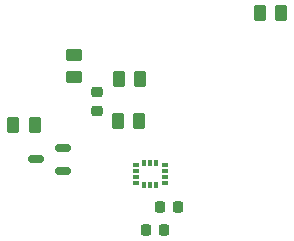
<source format=gtp>
G04 #@! TF.GenerationSoftware,KiCad,Pcbnew,7.0.8-7.0.8~ubuntu22.04.1*
G04 #@! TF.CreationDate,2024-01-26T15:47:28+01:00*
G04 #@! TF.ProjectId,imu,696d752e-6b69-4636-9164-5f7063625858,rev?*
G04 #@! TF.SameCoordinates,Original*
G04 #@! TF.FileFunction,Paste,Top*
G04 #@! TF.FilePolarity,Positive*
%FSLAX46Y46*%
G04 Gerber Fmt 4.6, Leading zero omitted, Abs format (unit mm)*
G04 Created by KiCad (PCBNEW 7.0.8-7.0.8~ubuntu22.04.1) date 2024-01-26 15:47:28*
%MOMM*%
%LPD*%
G01*
G04 APERTURE LIST*
G04 Aperture macros list*
%AMRoundRect*
0 Rectangle with rounded corners*
0 $1 Rounding radius*
0 $2 $3 $4 $5 $6 $7 $8 $9 X,Y pos of 4 corners*
0 Add a 4 corners polygon primitive as box body*
4,1,4,$2,$3,$4,$5,$6,$7,$8,$9,$2,$3,0*
0 Add four circle primitives for the rounded corners*
1,1,$1+$1,$2,$3*
1,1,$1+$1,$4,$5*
1,1,$1+$1,$6,$7*
1,1,$1+$1,$8,$9*
0 Add four rect primitives between the rounded corners*
20,1,$1+$1,$2,$3,$4,$5,0*
20,1,$1+$1,$4,$5,$6,$7,0*
20,1,$1+$1,$6,$7,$8,$9,0*
20,1,$1+$1,$8,$9,$2,$3,0*%
G04 Aperture macros list end*
%ADD10RoundRect,0.250000X-0.262500X-0.450000X0.262500X-0.450000X0.262500X0.450000X-0.262500X0.450000X0*%
%ADD11RoundRect,0.225000X0.225000X0.250000X-0.225000X0.250000X-0.225000X-0.250000X0.225000X-0.250000X0*%
%ADD12RoundRect,0.218750X-0.256250X0.218750X-0.256250X-0.218750X0.256250X-0.218750X0.256250X0.218750X0*%
%ADD13RoundRect,0.250000X-0.450000X0.262500X-0.450000X-0.262500X0.450000X-0.262500X0.450000X0.262500X0*%
%ADD14RoundRect,0.150000X0.512500X0.150000X-0.512500X0.150000X-0.512500X-0.150000X0.512500X-0.150000X0*%
%ADD15R,0.576580X0.351536*%
%ADD16R,0.351536X0.576580*%
%ADD17RoundRect,0.225000X-0.225000X-0.250000X0.225000X-0.250000X0.225000X0.250000X-0.225000X0.250000X0*%
%ADD18RoundRect,0.250000X0.262500X0.450000X-0.262500X0.450000X-0.262500X-0.450000X0.262500X-0.450000X0*%
G04 APERTURE END LIST*
D10*
X110687500Y-46900000D03*
X112512500Y-46900000D03*
X98647804Y-55968630D03*
X100472804Y-55968630D03*
D11*
X102575000Y-65200000D03*
X101025000Y-65200000D03*
D12*
X96905888Y-53558084D03*
X96905888Y-55133084D03*
D13*
X94905888Y-50433084D03*
X94905888Y-52258084D03*
D14*
X91768388Y-59245584D03*
X94043388Y-60195584D03*
X94043388Y-58295584D03*
D15*
X100189700Y-59749999D03*
X100189700Y-60250000D03*
X100189700Y-60750000D03*
X100189700Y-61250001D03*
D16*
X100900001Y-61456300D03*
X101400000Y-61456300D03*
X101899999Y-61456300D03*
D15*
X102610300Y-61250001D03*
X102610300Y-60750000D03*
X102610300Y-60250000D03*
X102610300Y-59749999D03*
D16*
X101899999Y-59543700D03*
X101400000Y-59543700D03*
X100900001Y-59543700D03*
D17*
X102225000Y-63300000D03*
X103775000Y-63300000D03*
D18*
X91612500Y-56300000D03*
X89787500Y-56300000D03*
D10*
X98747804Y-52468628D03*
X100572804Y-52468628D03*
M02*

</source>
